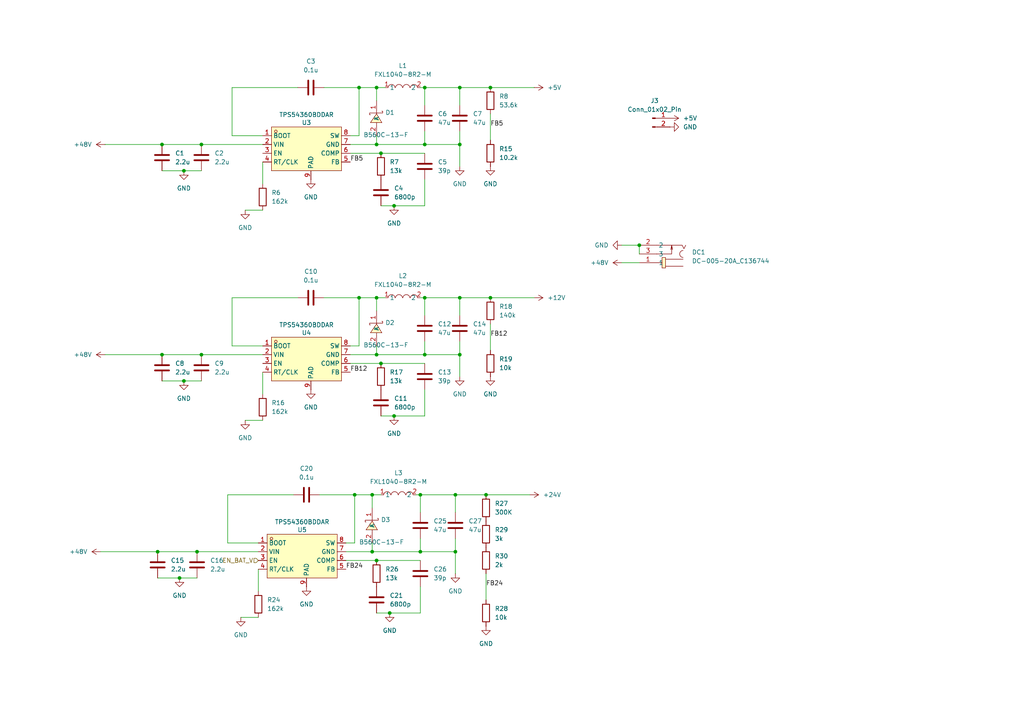
<source format=kicad_sch>
(kicad_sch (version 20250114) (generator "eeschema") (generator_version "9.0")
  (paper "A4")
  (lib_symbols
    (symbol "COMPONENTS:DC-005-20A_C136744"
      (property "Reference" "DC" (at 0 6.35 0))
      (property "Value" "DC-005-20A_C136744" (at 0 -8.89 0))
      (symbol "DC-005-20A_C136744_0_1"
        (arc (start -6.35 -0.25) (mid -5.3679 -1.27) (end -6.35 -2.29))
        (polyline (pts (xy -3.05 -3.81) (xy -2.79 -2.54)))
        (rectangle (start -1.27 2.79) (end -0.25 -0.25) (fill (type background)))
        (polyline (pts (xy -1.27 2.29) (xy -6.35 2.29)))
        (polyline (pts (xy -1.27 0.25) (xy -6.35 0.25)))
        (polyline (pts (xy 1.27 1.27) (xy -0.25 1.27)))
        (polyline (pts (xy 1.27 -1.27) (xy -3.05 -1.27) (xy -3.05 -3.81) (xy -3.3 -2.54)))
        (polyline (pts (xy 1.27 -3.81) (xy -6.1 -3.81) (xy -6.6 -2.79) (xy -7.11 -3.81)))
        (pin unspecified line (at 6.35 1.27 180) (length 5.08) (name "1") (number "1"))
        (pin unspecified line (at 6.35 -1.27 180) (length 5.08) (name "3") (number "3"))
        (pin unspecified line (at 6.35 -3.81 180) (length 5.08) (name "2") (number "2"))
      )
    )
    (symbol "Connector:Conn_01x02_Pin" (pin_names (offset 1.016) (hide yes))
      (property "Reference" "J" (at 0 2.54 0))
      (property "Value" "Conn_01x02_Pin" (at 0 -5.08 0))
      (symbol "Conn_01x02_Pin_1_1"
        (rectangle (start 0.8636 0.127) (end 0 -0.127) (stroke (width 0.1524)) (fill (type outline)))
        (rectangle (start 0.8636 -2.413) (end 0 -2.667) (stroke (width 0.1524)) (fill (type outline)))
        (polyline (pts (xy 1.27 0) (xy 0.8636 0)) (stroke (width 0.1524)))
        (polyline (pts (xy 1.27 -2.54) (xy 0.8636 -2.54)) (stroke (width 0.1524)))
        (pin passive line (at 5.08 0 180) (length 3.81) (name "Pin_1") (number "1"))
        (pin passive line (at 5.08 -2.54 180) (length 3.81) (name "Pin_2") (number "2"))
      )
    )
    (symbol "Device:C" (pin_numbers (hide yes)) (pin_names (offset 0.254))
      (property "Reference" "C" (at 0.635 2.54 0))
      (property "Value" "C" (at 0.635 -2.54 0))
      (symbol "C_0_1"
        (polyline (pts (xy -2.032 0.762) (xy 2.032 0.762)) (stroke (width 0.508)))
        (polyline (pts (xy -2.032 -0.762) (xy 2.032 -0.762)) (stroke (width 0.508)))
      )
      (symbol "C_1_1"
        (pin passive line (at 0 3.81 270) (length 2.794) (name "~") (number "1"))
        (pin passive line (at 0 -3.81 90) (length 2.794) (name "~") (number "2"))
      )
    )
    (symbol "Device:R" (pin_numbers (hide yes)) (pin_names (offset 0))
      (property "Reference" "R" (at 2.032 0 90))
      (property "Value" "R" (at 0 0 90))
      (symbol "R_0_1"
        (rectangle (start -1.016 -2.54) (end 1.016 2.54) (stroke (width 0.254)))
      )
      (symbol "R_1_1"
        (pin passive line (at 0 3.81 270) (length 1.27) (name "~") (number "1"))
        (pin passive line (at 0 -3.81 90) (length 1.27) (name "~") (number "2"))
      )
    )
    (symbol "NEW:B560C-13-F"
      (property "Reference" "D" (at 0 5.08 0))
      (property "Value" "B560C-13-F" (at 0 -5.08 0))
      (symbol "B560C-13-F_0_1"
        (polyline (pts (xy -2.03 1.52) (xy -2.03 1.78) (xy -1.52 1.78) (xy -1.52 -2.03) (xy -1.02 -2.03) (xy -1.02 -1.78)))
        (polyline (pts (xy 1.27 1.52) (xy -1.27 0) (xy 1.27 -1.78) (xy 1.27 1.52)) (fill (type background)))
        (pin unspecified line (at -5.08 0 0) (length 3.81) (name "K") (number "1"))
        (pin unspecified line (at 5.08 0 180) (length 3.81) (name "A") (number "2"))
      )
    )
    (symbol "NEW:FXL1040-8R2-M"
      (property "Reference" "L" (at 0 5.08 0))
      (property "Value" "FXL1040-8R2-M" (at 0 -5.08 0))
      (symbol "FXL1040-8R2-M_0_1"
        (arc (start -4.29 -0.02) (mid -3.28 0.9027) (end -2.27 -0.02))
        (arc (start -2.13 -0.02) (mid -1.12 0.9071) (end -0.11 -0.02))
        (arc (start 0.02 -0.02) (mid 1.03 0.9071) (end 2.04 -0.02))
        (arc (start 2.21 -0.02) (mid 3.22 0.9071) (end 4.23 -0.02))
        (pin unspecified line (at -5.08 0 0) (length 0.762) (name "1") (number "1"))
        (pin unspecified line (at 5.08 0 180) (length 0.762) (name "2") (number "2"))
      )
    )
    (symbol "NEW:TPS54360BDDAR"
      (property "Reference" "U5" (at 0 7.62 0))
      (property "Value" "TPS54360BDDAR" (at -7.62 -16.51 0))
      (symbol "TPS54360BDDAR_0_1"
        (rectangle (start -10.16 6.35) (end 10.16 -6.35) (fill (type background)))
        (circle (center -8.89 5.08) (radius 0.38))
        (pin unspecified line (at -12.7 3.81 0) (length 2.54) (name "BOOT") (number "1"))
        (pin unspecified line (at -12.7 1.27 0) (length 2.54) (name "VIN") (number "2"))
        (pin unspecified line (at -12.7 -1.27 0) (length 2.54) (name "EN") (number "3"))
        (pin unspecified line (at -12.7 -3.81 0) (length 2.54) (name "RT/CLK") (number "4"))
        (pin unspecified line (at 1.27 -8.89 90) (length 2.54) (name "PAD") (number "9"))
        (pin unspecified line (at 12.7 3.81 180) (length 2.54) (name "SW") (number "8"))
        (pin unspecified line (at 12.7 1.27 180) (length 2.54) (name "GND") (number "7"))
        (pin unspecified line (at 12.7 -1.27 180) (length 2.54) (name "COMP") (number "6"))
        (pin unspecified line (at 12.7 -3.81 180) (length 2.54) (name "FB") (number "5"))
      )
    )
    (symbol "power:+12V" (power) (pin_numbers (hide yes)) (pin_names (offset 0) (hide yes))
      (property "Value" "+12V" (at 0 3.556 0))
      (symbol "+12V_0_1"
        (polyline (pts (xy -0.762 1.27) (xy 0 2.54)))
        (polyline (pts (xy 0 2.54) (xy 0.762 1.27)))
        (polyline (pts (xy 0 0) (xy 0 2.54)))
      )
      (symbol "+12V_1_1"
        (pin power_in line (at 0 0 90) (length 0) (name "~") (number "1"))
      )
    )
    (symbol "power:+24V" (power) (pin_numbers (hide yes)) (pin_names (offset 0) (hide yes))
      (property "Value" "+24V" (at 0 3.556 0))
      (symbol "+24V_0_1"
        (polyline (pts (xy -0.762 1.27) (xy 0 2.54)))
        (polyline (pts (xy 0 2.54) (xy 0.762 1.27)))
        (polyline (pts (xy 0 0) (xy 0 2.54)))
      )
      (symbol "+24V_1_1"
        (pin power_in line (at 0 0 90) (length 0) (name "~") (number "1"))
      )
    )
    (symbol "power:+48V" (power) (pin_numbers (hide yes)) (pin_names (offset 0) (hide yes))
      (property "Value" "+48V" (at 0 3.556 0))
      (symbol "+48V_0_1"
        (polyline (pts (xy -0.762 1.27) (xy 0 2.54)))
        (polyline (pts (xy 0 2.54) (xy 0.762 1.27)))
        (polyline (pts (xy 0 0) (xy 0 2.54)))
      )
      (symbol "+48V_1_1"
        (pin power_in line (at 0 0 90) (length 0) (name "~") (number "1"))
      )
    )
    (symbol "power:+5V" (power) (pin_numbers (hide yes)) (pin_names (offset 0) (hide yes))
      (property "Value" "+5V" (at 0 3.556 0))
      (symbol "+5V_0_1"
        (polyline (pts (xy -0.762 1.27) (xy 0 2.54)))
        (polyline (pts (xy 0 2.54) (xy 0.762 1.27)))
        (polyline (pts (xy 0 0) (xy 0 2.54)))
      )
      (symbol "+5V_1_1"
        (pin power_in line (at 0 0 90) (length 0) (name "~") (number "1"))
      )
    )
    (symbol "power:GND" (power) (pin_numbers (hide yes)) (pin_names (offset 0) (hide yes))
      (property "Value" "GND" (at 0 -3.81 0))
      (symbol "GND_0_1"
        (polyline (pts (xy 0 0) (xy 0 -1.27) (xy 1.27 -1.27) (xy 0 -2.54) (xy -1.27 -1.27) (xy 0 -1.27)))
      )
      (symbol "GND_1_1"
        (pin power_in line (at 0 0 270) (length 0) (name "~") (number "1"))
      )
    )
  )
  (junction (at 123.19 86.36))
  (junction (at 104.14 25.4))
  (junction (at 46.99 102.87))
  (junction (at 109.22 162.56))
  (junction (at 185.42 71.12))
  (junction (at 133.35 102.87))
  (junction (at 107.95 143.51))
  (junction (at 46.99 41.91))
  (junction (at 52.07 167.64))
  (junction (at 58.42 41.91))
  (junction (at 123.19 25.4))
  (junction (at 109.22 102.87))
  (junction (at 123.19 41.91))
  (junction (at 142.24 86.36))
  (junction (at 142.24 25.4))
  (junction (at 133.35 86.36))
  (junction (at 109.22 25.4))
  (junction (at 133.35 25.4))
  (junction (at 132.08 143.51))
  (junction (at 121.92 160.02))
  (junction (at 110.49 44.45))
  (junction (at 53.34 49.53))
  (junction (at 102.87 143.51))
  (junction (at 110.49 105.41))
  (junction (at 109.22 41.91))
  (junction (at 107.95 160.02))
  (junction (at 113.03 177.8))
  (junction (at 133.35 41.91))
  (junction (at 109.22 86.36))
  (junction (at 132.08 160.02))
  (junction (at 140.97 143.51))
  (junction (at 58.42 102.87))
  (junction (at 45.72 160.02))
  (junction (at 53.34 110.49))
  (junction (at 114.3 59.69))
  (junction (at 104.14 86.36))
  (junction (at 123.19 102.87))
  (junction (at 121.92 143.51))
  (junction (at 114.3 120.65))
  (junction (at 57.15 160.02))
  (wire (pts (xy 142.24 25.4) (xy 154.94 25.4)))
  (wire (pts (xy 58.42 102.87) (xy 76.2 102.87)))
  (wire (pts (xy 114.3 59.69) (xy 110.49 59.69)))
  (wire (pts (xy 110.49 105.41) (xy 123.19 105.41)))
  (wire (pts (xy 113.03 177.8) (xy 109.22 177.8)))
  (wire (pts (xy 45.72 160.02) (xy 57.15 160.02)))
  (wire (pts (xy 100.33 160.02) (xy 107.95 160.02)))
  (wire (pts (xy 66.04 157.48) (xy 74.93 157.48)))
  (wire (pts (xy 120.65 143.51) (xy 121.92 143.51)))
  (wire (pts (xy 104.14 86.36) (xy 109.22 86.36)))
  (wire (pts (xy 53.34 110.49) (xy 46.99 110.49)))
  (wire (pts (xy 29.21 160.02) (xy 45.72 160.02)))
  (wire (pts (xy 133.35 86.36) (xy 142.24 86.36)))
  (wire (pts (xy 123.19 102.87) (xy 133.35 102.87)))
  (wire (pts (xy 123.19 25.4) (xy 133.35 25.4)))
  (wire (pts (xy 133.35 102.87) (xy 133.35 99.06)))
  (wire (pts (xy 142.24 101.6) (xy 142.24 93.98)))
  (wire (pts (xy 53.34 49.53) (xy 58.42 49.53)))
  (wire (pts (xy 102.87 157.48) (xy 102.87 143.51)))
  (wire (pts (xy 109.22 39.37) (xy 109.22 41.91)))
  (wire (pts (xy 100.33 162.56) (xy 109.22 162.56)))
  (wire (pts (xy 86.36 25.4) (xy 67.31 25.4)))
  (wire (pts (xy 109.22 90.17) (xy 109.22 86.36)))
  (wire (pts (xy 104.14 100.33) (xy 104.14 86.36)))
  (wire (pts (xy 67.31 86.36) (xy 67.31 100.33)))
  (wire (pts (xy 102.87 143.51) (xy 107.95 143.51)))
  (wire (pts (xy 123.19 86.36) (xy 133.35 86.36)))
  (wire (pts (xy 30.48 102.87) (xy 46.99 102.87)))
  (wire (pts (xy 121.92 170.18) (xy 121.92 177.8)))
  (wire (pts (xy 107.95 157.48) (xy 107.95 160.02)))
  (wire (pts (xy 133.35 86.36) (xy 133.35 91.44)))
  (wire (pts (xy 123.19 59.69) (xy 114.3 59.69)))
  (wire (pts (xy 101.6 102.87) (xy 109.22 102.87)))
  (wire (pts (xy 30.48 41.91) (xy 46.99 41.91)))
  (wire (pts (xy 132.08 166.37) (xy 132.08 160.02)))
  (wire (pts (xy 109.22 162.56) (xy 121.92 162.56)))
  (wire (pts (xy 180.34 76.2) (xy 185.42 76.2)))
  (wire (pts (xy 121.92 177.8) (xy 113.03 177.8)))
  (wire (pts (xy 114.3 120.65) (xy 110.49 120.65)))
  (wire (pts (xy 67.31 39.37) (xy 76.2 39.37)))
  (wire (pts (xy 123.19 86.36) (xy 123.19 91.44)))
  (wire (pts (xy 58.42 41.91) (xy 76.2 41.91)))
  (wire (pts (xy 92.71 143.51) (xy 102.87 143.51)))
  (wire (pts (xy 133.35 25.4) (xy 133.35 30.48)))
  (wire (pts (xy 107.95 143.51) (xy 110.49 143.51)))
  (wire (pts (xy 53.34 110.49) (xy 58.42 110.49)))
  (wire (pts (xy 121.92 160.02) (xy 132.08 160.02)))
  (wire (pts (xy 93.98 25.4) (xy 104.14 25.4)))
  (wire (pts (xy 132.08 160.02) (xy 132.08 156.21)))
  (wire (pts (xy 107.95 160.02) (xy 121.92 160.02)))
  (wire (pts (xy 123.19 120.65) (xy 114.3 120.65)))
  (wire (pts (xy 52.07 167.64) (xy 57.15 167.64)))
  (wire (pts (xy 185.42 71.12) (xy 185.42 73.66)))
  (wire (pts (xy 74.93 171.45) (xy 74.93 165.1)))
  (wire (pts (xy 133.35 109.22) (xy 133.35 102.87)))
  (wire (pts (xy 69.85 179.07) (xy 74.93 179.07)))
  (wire (pts (xy 123.19 38.1) (xy 123.19 41.91)))
  (wire (pts (xy 109.22 25.4) (xy 111.76 25.4)))
  (wire (pts (xy 109.22 100.33) (xy 109.22 102.87)))
  (wire (pts (xy 100.33 157.48) (xy 102.87 157.48)))
  (wire (pts (xy 123.19 25.4) (xy 123.19 30.48)))
  (wire (pts (xy 101.6 105.41) (xy 110.49 105.41)))
  (wire (pts (xy 101.6 44.45) (xy 110.49 44.45)))
  (wire (pts (xy 101.6 41.91) (xy 109.22 41.91)))
  (wire (pts (xy 104.14 25.4) (xy 109.22 25.4)))
  (wire (pts (xy 123.19 99.06) (xy 123.19 102.87)))
  (wire (pts (xy 67.31 100.33) (xy 76.2 100.33)))
  (wire (pts (xy 121.92 143.51) (xy 132.08 143.51)))
  (wire (pts (xy 86.36 86.36) (xy 67.31 86.36)))
  (wire (pts (xy 121.92 86.36) (xy 123.19 86.36)))
  (wire (pts (xy 67.31 25.4) (xy 67.31 39.37)))
  (wire (pts (xy 133.35 41.91) (xy 133.35 38.1)))
  (wire (pts (xy 101.6 100.33) (xy 104.14 100.33)))
  (wire (pts (xy 53.34 49.53) (xy 46.99 49.53)))
  (wire (pts (xy 109.22 86.36) (xy 111.76 86.36)))
  (wire (pts (xy 109.22 29.21) (xy 109.22 25.4)))
  (wire (pts (xy 107.95 147.32) (xy 107.95 143.51)))
  (wire (pts (xy 85.09 143.51) (xy 66.04 143.51)))
  (wire (pts (xy 132.08 143.51) (xy 132.08 148.59)))
  (wire (pts (xy 133.35 25.4) (xy 142.24 25.4)))
  (wire (pts (xy 123.19 113.03) (xy 123.19 120.65)))
  (wire (pts (xy 71.12 121.92) (xy 76.2 121.92)))
  (wire (pts (xy 76.2 114.3) (xy 76.2 107.95)))
  (wire (pts (xy 109.22 102.87) (xy 123.19 102.87)))
  (wire (pts (xy 180.34 71.12) (xy 185.42 71.12)))
  (wire (pts (xy 123.19 52.07) (xy 123.19 59.69)))
  (wire (pts (xy 46.99 102.87) (xy 58.42 102.87)))
  (wire (pts (xy 46.99 41.91) (xy 58.42 41.91)))
  (wire (pts (xy 132.08 143.51) (xy 140.97 143.51)))
  (wire (pts (xy 101.6 39.37) (xy 104.14 39.37)))
  (wire (pts (xy 123.19 41.91) (xy 133.35 41.91)))
  (wire (pts (xy 71.12 60.96) (xy 76.2 60.96)))
  (wire (pts (xy 52.07 167.64) (xy 45.72 167.64)))
  (wire (pts (xy 66.04 143.51) (xy 66.04 157.48)))
  (wire (pts (xy 104.14 39.37) (xy 104.14 25.4)))
  (wire (pts (xy 76.2 53.34) (xy 76.2 46.99)))
  (wire (pts (xy 140.97 143.51) (xy 153.67 143.51)))
  (wire (pts (xy 109.22 41.91) (xy 123.19 41.91)))
  (wire (pts (xy 121.92 143.51) (xy 121.92 148.59)))
  (wire (pts (xy 121.92 156.21) (xy 121.92 160.02)))
  (wire (pts (xy 121.92 25.4) (xy 123.19 25.4)))
  (wire (pts (xy 57.15 160.02) (xy 74.93 160.02)))
  (wire (pts (xy 133.35 48.26) (xy 133.35 41.91)))
  (wire (pts (xy 110.49 44.45) (xy 123.19 44.45)))
  (wire (pts (xy 93.98 86.36) (xy 104.14 86.36)))
  (wire (pts (xy 142.24 40.64) (xy 142.24 33.02)))
  (wire (pts (xy 140.97 173.99) (xy 140.97 166.37)))
  (wire (pts (xy 142.24 86.36) (xy 154.94 86.36)))
  (label "FB24" (at 140.97 170.18 0))
  (label "FB5" (at 142.24 36.83 0))
  (label "FB12" (at 142.24 97.79 0))
  (label "FB5" (at 101.6 46.99 0))
  (label "FB24" (at 100.33 165.1 0))
  (label "FB12" (at 101.6 107.95 0))
  (hierarchical_label "EN_BAT_V" (shape input) (at 74.93 162.56 180))
  (symbol (lib_id "power:GND") (at 140.97 181.61 0) (unit 1)
    (property "Reference" "#PWR058" (effects (hide yes)))
    (property "Value" "GND" (at 140.97 186.69 0))
  )
  (symbol (lib_id "Device:C") (at 90.17 25.4 90) (unit 1)
    (property "Reference" "C3" (at 90.17 17.78 90))
    (property "Value" "0.1u" (at 90.17 20.32 90))
    (property "Footprint" "Capacitor_SMD:C_1206_3216Metric" (effects (hide yes)))
    (property "LCSC Part" "C56392" (effects (hide yes)))
  )
  (symbol (lib_id "Device:R") (at 76.2 118.11 0) (unit 1)
    (property "Reference" "R16" (at 78.74 116.84 0) (effects (justify left)))
    (property "Value" "162k" (at 78.74 119.38 0) (effects (justify left)))
    (property "Footprint" "Resistor_SMD:R_1206_3216Metric_Pad1.30x1.75mm_HandSolder" (effects (hide yes)))
    (property "LCSC Part" "C22815" (effects (hide yes)))
  )
  (symbol (lib_id "Device:R") (at 140.97 177.8 0) (unit 1)
    (property "Reference" "R28" (at 143.51 176.5299 0) (effects (justify left)))
    (property "Value" "10k" (at 143.51 179.0699 0) (effects (justify left)))
    (property "Footprint" "Resistor_SMD:R_1206_3216Metric_Pad1.30x1.75mm_HandSolder" (effects (hide yes)))
    (property "LCSC Part" "C21398" (effects (hide yes)))
  )
  (symbol (lib_id "power:GND") (at 52.07 167.64 0) (unit 1)
    (property "Reference" "#PWR039" (effects (hide yes)))
    (property "Value" "GND" (at 52.07 172.72 0))
  )
  (symbol (lib_id "power:GND") (at 90.17 113.03 0) (unit 1)
    (property "Reference" "#PWR035" (effects (hide yes)))
    (property "Value" "GND" (at 90.17 118.11 0))
  )
  (symbol (lib_id "Device:C") (at 132.08 152.4 0) (unit 1)
    (property "Reference" "C27" (at 135.89 151.13 0) (effects (justify left)))
    (property "Value" "47u" (at 135.89 153.67 0) (effects (justify left)))
    (property "Footprint" "Capacitor_SMD:C_1206_3216Metric" (effects (hide yes)))
    (property "LCSC Part" "C94034" (effects (hide yes)))
  )
  (symbol (lib_id "power:GND") (at 113.03 177.8 0) (unit 1)
    (property "Reference" "#PWR042" (effects (hide yes)))
    (property "Value" "GND" (at 113.03 182.88 0))
  )
  (symbol (lib_id "Device:R") (at 142.24 29.21 0) (unit 1)
    (property "Reference" "R8" (at 144.78 27.94 0) (effects (justify left)))
    (property "Value" "53.6k" (at 144.78 30.48 0) (effects (justify left)))
    (property "Footprint" "Resistor_SMD:R_1206_3216Metric_Pad1.30x1.75mm_HandSolder" (effects (hide yes)))
    (property "LCSC Part" "C21398" (effects (hide yes)))
  )
  (symbol (lib_id "Device:C") (at 90.17 86.36 90) (unit 1)
    (property "Reference" "C10" (at 90.17 78.74 90))
    (property "Value" "0.1u" (at 90.17 81.28 90))
    (property "Footprint" "Capacitor_SMD:C_1206_3216Metric" (effects (hide yes)))
    (property "LCSC Part" "C56392" (effects (hide yes)))
  )
  (symbol (lib_id "Device:R") (at 142.24 105.41 0) (unit 1)
    (property "Reference" "R19" (at 144.78 104.1399 0) (effects (justify left)))
    (property "Value" "10k" (at 144.78 106.6799 0) (effects (justify left)))
    (property "Footprint" "Resistor_SMD:R_1206_3216Metric_Pad1.30x1.75mm_HandSolder" (effects (hide yes)))
    (property "LCSC Part" "C21398" (effects (hide yes)))
  )
  (symbol (lib_id "Connector:Conn_01x02_Pin") (at 189.23 34.29 0) (unit 1)
    (property "Reference" "J3" (at 189.865 29.21 0))
    (property "Value" "Conn_01x02_Pin" (at 189.865 31.75 0))
    (property "Footprint" "Connector_PinHeader_2.54mm:PinHeader_1x02_P2.54mm_Horizontal" (effects (hide yes)))
    (property "Description" "Generic connector, single row, 01x02, script generated" (effects (hide yes)))
  )
  (symbol (lib_id "Device:C") (at 110.49 116.84 0) (unit 1)
    (property "Reference" "C11" (at 114.3 115.57 0) (effects (justify left)))
    (property "Value" "6800p" (at 114.3 118.11 0) (effects (justify left)))
    (property "Footprint" "Capacitor_SMD:C_1206_3216Metric" (effects (hide yes)))
    (property "LCSC Part" "C2760541" (effects (hide yes)))
  )
  (symbol (lib_id "Device:C") (at 133.35 34.29 0) (unit 1)
    (property "Reference" "C7" (at 137.16 33.02 0) (effects (justify left)))
    (property "Value" "47u" (at 137.16 35.56 0) (effects (justify left)))
    (property "Footprint" "Capacitor_SMD:C_1206_3216Metric" (effects (hide yes)))
    (property "LCSC Part" "C94034" (effects (hide yes)))
  )
  (symbol (lib_id "power:GND") (at 180.34 71.12 270) (unit 1)
    (property "Reference" "#PWR044" (effects (hide yes)))
    (property "Value" "GND" (at 176.53 71.1199 90) (effects (justify right)))
  )
  (symbol (lib_id "power:GND") (at 133.35 109.22 0) (unit 1)
    (property "Reference" "#PWR037" (effects (hide yes)))
    (property "Value" "GND" (at 133.35 114.3 0))
  )
  (symbol (lib_id "Device:C") (at 110.49 55.88 0) (unit 1)
    (property "Reference" "C4" (at 114.3 54.61 0) (effects (justify left)))
    (property "Value" "6800p" (at 114.3 57.15 0) (effects (justify left)))
    (property "Footprint" "Capacitor_SMD:C_1206_3216Metric" (effects (hide yes)))
    (property "LCSC Part" "C2760541" (effects (hide yes)))
  )
  (symbol (lib_id "Device:R") (at 109.22 166.37 0) (unit 1)
    (property "Reference" "R26" (at 111.76 165.1 0) (effects (justify left)))
    (property "Value" "13k" (at 111.76 167.64 0) (effects (justify left)))
    (property "Footprint" "Resistor_SMD:R_1206_3216Metric_Pad1.30x1.75mm_HandSolder" (effects (hide yes)))
    (property "LCSC Part" "C445658" (effects (hide yes)))
  )
  (symbol (lib_id "NEW:FXL1040-8R2-M") (at 115.57 143.51 0) (unit 1)
    (property "Reference" "L3" (at 115.57 137.16 0))
    (property "Value" "FXL1040-8R2-M" (at 115.57 139.7 0))
    (property "Footprint" "COMPONENTS:IND-SMD_L11.5-W10.0_FXL1040" (effects (hide yes)))
    (property "Datasheet" "https://lcsc.com/product-detail/Power-Inductors_8-2uH-20-8-0A_C167232.html" (effects (hide yes)))
    (property "LCSC Part" "C167232" (effects (hide yes)))
  )
  (symbol (lib_id "Device:C") (at 57.15 163.83 0) (unit 1)
    (property "Reference" "C16" (at 60.96 162.56 0) (effects (justify left)))
    (property "Value" "2.2u" (at 60.96 165.1 0) (effects (justify left)))
    (property "Footprint" "Capacitor_SMD:C_1206_3216Metric" (effects (hide yes)))
    (property "LCSC Part" "C170101" (effects (hide yes)))
  )
  (symbol (lib_id "Device:R") (at 110.49 48.26 0) (unit 1)
    (property "Reference" "R7" (at 113.03 46.99 0) (effects (justify left)))
    (property "Value" "13k" (at 113.03 49.53 0) (effects (justify left)))
    (property "Footprint" "Resistor_SMD:R_1206_3216Metric_Pad1.30x1.75mm_HandSolder" (effects (hide yes)))
    (property "LCSC Part" "C445658" (effects (hide yes)))
  )
  (symbol (lib_id "NEW:B560C-13-F") (at 109.22 34.29 270) (unit 1)
    (property "Reference" "D1" (at 111.76 32.64 90) (effects (justify left)))
    (property "Value" "B560C-13-F" (at 105.41 39.116 90) (effects (justify left)))
    (property "Footprint" "COMPONENTS:SMC_L7.1-W6.2-LS8.1-RD" (effects (hide yes)))
    (property "Datasheet" "https://lcsc.com/product-detail/Schottky-Barrier-Diodes-SBD_DIODES_B560C-13-F_B560C-13-F_C85100.html" (effects (hide yes)))
    (property "LCSC Part" "C85100" (effects (hide yes)))
  )
  (symbol (lib_id "Device:R") (at 140.97 147.32 0) (unit 1)
    (property "Reference" "R27" (at 143.51 146.0499 0) (effects (justify left)))
    (property "Value" "300K" (at 143.51 148.5899 0) (effects (justify left)))
    (property "Footprint" "Resistor_SMD:R_1206_3216Metric_Pad1.30x1.75mm_HandSolder" (effects (hide yes)))
    (property "LCSC Part" "C21398" (effects (hide yes)))
  )
  (symbol (lib_id "Device:C") (at 46.99 45.72 0) (unit 1)
    (property "Reference" "C1" (at 50.8 44.45 0) (effects (justify left)))
    (property "Value" "2.2u" (at 50.8 46.99 0) (effects (justify left)))
    (property "Footprint" "Capacitor_SMD:C_1206_3216Metric" (effects (hide yes)))
    (property "LCSC Part" "C170101" (effects (hide yes)))
  )
  (symbol (lib_id "NEW:FXL1040-8R2-M") (at 116.84 86.36 0) (unit 1)
    (property "Reference" "L2" (at 116.84 80.01 0))
    (property "Value" "FXL1040-8R2-M" (at 116.84 82.55 0))
    (property "Footprint" "COMPONENTS:IND-SMD_L11.5-W10.0_FXL1040" (effects (hide yes)))
    (property "Datasheet" "https://lcsc.com/product-detail/Power-Inductors_8-2uH-20-8-0A_C167232.html" (effects (hide yes)))
    (property "LCSC Part" "C167232" (effects (hide yes)))
  )
  (symbol (lib_id "Device:R") (at 74.93 175.26 0) (unit 1)
    (property "Reference" "R24" (at 77.47 173.99 0) (effects (justify left)))
    (property "Value" "162k" (at 77.47 176.53 0) (effects (justify left)))
    (property "Footprint" "Resistor_SMD:R_1206_3216Metric_Pad1.30x1.75mm_HandSolder" (effects (hide yes)))
    (property "LCSC Part" "C22815" (effects (hide yes)))
  )
  (symbol (lib_id "Device:R") (at 142.24 44.45 0) (unit 1)
    (property "Reference" "R15" (at 144.78 43.1799 0) (effects (justify left)))
    (property "Value" "10.2k" (at 144.78 45.7199 0) (effects (justify left)))
    (property "Footprint" "Resistor_SMD:R_1206_3216Metric_Pad1.30x1.75mm_HandSolder" (effects (hide yes)))
    (property "LCSC Part" "C21398" (effects (hide yes)))
  )
  (symbol (lib_id "power:GND") (at 90.17 52.07 0) (unit 1)
    (property "Reference" "#PWR028" (effects (hide yes)))
    (property "Value" "GND" (at 90.17 57.15 0))
  )
  (symbol (lib_id "Device:R") (at 140.97 162.56 0) (unit 1)
    (property "Reference" "R30" (at 143.51 161.2899 0) (effects (justify left)))
    (property "Value" "2k" (at 143.51 163.8299 0) (effects (justify left)))
    (property "Footprint" "Resistor_SMD:R_1206_3216Metric_Pad1.30x1.75mm_HandSolder" (effects (hide yes)))
    (property "LCSC Part" "C21398" (effects (hide yes)))
  )
  (symbol (lib_id "NEW:B560C-13-F") (at 107.95 152.4 270) (unit 1)
    (property "Reference" "D3" (at 110.49 150.75 90) (effects (justify left)))
    (property "Value" "B560C-13-F" (at 104.14 157.226 90) (effects (justify left)))
    (property "Footprint" "COMPONENTS:SMC_L7.1-W6.2-LS8.1-RD" (effects (hide yes)))
    (property "Datasheet" "https://lcsc.com/product-detail/Schottky-Barrier-Diodes-SBD_DIODES_B560C-13-F_B560C-13-F_C85100.html" (effects (hide yes)))
    (property "LCSC Part" "C85100" (effects (hide yes)))
  )
  (symbol (lib_id "power:+24V") (at 153.67 143.51 270) (unit 1)
    (property "Reference" "#PWR063" (effects (hide yes)))
    (property "Value" "+24V" (at 157.48 143.5099 90) (effects (justify left)))
    (property "Description" "Power symbol creates a global label with name \"+24V\"" (effects (hide yes)))
  )
  (symbol (lib_id "Device:C") (at 123.19 48.26 0) (unit 1)
    (property "Reference" "C5" (at 127 46.99 0) (effects (justify left)))
    (property "Value" "39p" (at 127 49.53 0) (effects (justify left)))
    (property "Footprint" "Capacitor_SMD:C_1206_3216Metric" (effects (hide yes)))
    (property "LCSC Part" "C5186878" (effects (hide yes)))
  )
  (symbol (lib_id "Device:R") (at 142.24 90.17 0) (unit 1)
    (property "Reference" "R18" (at 144.78 88.8999 0) (effects (justify left)))
    (property "Value" "140k" (at 144.78 91.4399 0) (effects (justify left)))
    (property "Footprint" "Resistor_SMD:R_1206_3216Metric_Pad1.30x1.75mm_HandSolder" (effects (hide yes)))
    (property "LCSC Part" "C21398" (effects (hide yes)))
  )
  (symbol (lib_id "power:GND") (at 53.34 110.49 0) (unit 1)
    (property "Reference" "#PWR033" (effects (hide yes)))
    (property "Value" "GND" (at 53.34 115.57 0))
  )
  (symbol (lib_id "power:GND") (at 194.31 36.83 90) (unit 1)
    (property "Reference" "#PWR064" (effects (hide yes)))
    (property "Value" "GND" (at 198.12 36.8299 90) (effects (justify right)))
  )
  (symbol (lib_id "power:+48V") (at 30.48 102.87 90) (unit 1)
    (property "Reference" "#PWR021" (effects (hide yes)))
    (property "Value" "+48V" (at 26.67 102.8699 90) (effects (justify left)))
    (property "Description" "Power symbol creates a global label with name \"+48V\"" (effects (hide yes)))
  )
  (symbol (lib_id "Device:R") (at 110.49 109.22 0) (unit 1)
    (property "Reference" "R17" (at 113.03 107.95 0) (effects (justify left)))
    (property "Value" "13k" (at 113.03 110.49 0) (effects (justify left)))
    (property "Footprint" "Resistor_SMD:R_1206_3216Metric_Pad1.30x1.75mm_HandSolder" (effects (hide yes)))
    (property "LCSC Part" "C445658" (effects (hide yes)))
  )
  (symbol (lib_id "Device:C") (at 123.19 95.25 0) (unit 1)
    (property "Reference" "C12" (at 127 93.98 0) (effects (justify left)))
    (property "Value" "47u" (at 127 96.52 0) (effects (justify left)))
    (property "Footprint" "Capacitor_SMD:C_1206_3216Metric" (effects (hide yes)))
    (property "LCSC Part" "C94034" (effects (hide yes)))
  )
  (symbol (lib_id "NEW:TPS54360BDDAR") (at 87.63 161.29 0) (unit 1)
    (property "Reference" "U5" (at 87.63 153.67 0))
    (property "Value" "TPS54360BDDAR" (at 87.63 151.384 0))
    (property "Footprint" "COMPONENTS:SOIC-8_L5.0-W4.0-P1.27-LS6.0-BL-EP2.0" (effects (hide yes)))
    (property "Datasheet" "https://lcsc.com/product-detail/DC-DC-Converters_Texas-Instruments-Texas-Instruments-TPS54360BDDAR_C524806.html" (effects (hide yes)))
    (property "LCSC Part" "C524806" (effects (hide yes)))
  )
  (symbol (lib_id "Device:C") (at 121.92 152.4 0) (unit 1)
    (property "Reference" "C25" (at 125.73 151.13 0) (effects (justify left)))
    (property "Value" "47u" (at 125.73 153.67 0) (effects (justify left)))
    (property "Footprint" "Capacitor_SMD:C_1206_3216Metric" (effects (hide yes)))
    (property "LCSC Part" "C94034" (effects (hide yes)))
  )
  (symbol (lib_id "power:+5V") (at 154.94 25.4 270) (unit 1)
    (property "Reference" "#PWR025" (effects (hide yes)))
    (property "Value" "+5V" (at 158.75 25.3999 90) (effects (justify left)))
    (property "Description" "Power symbol creates a global label with name \"+5V\"" (effects (hide yes)))
  )
  (symbol (lib_id "Device:C") (at 45.72 163.83 0) (unit 1)
    (property "Reference" "C15" (at 49.53 162.56 0) (effects (justify left)))
    (property "Value" "2.2u" (at 49.53 165.1 0) (effects (justify left)))
    (property "Footprint" "Capacitor_SMD:C_1206_3216Metric" (effects (hide yes)))
    (property "LCSC Part" "C170101" (effects (hide yes)))
  )
  (symbol (lib_id "power:GND") (at 114.3 120.65 0) (unit 1)
    (property "Reference" "#PWR036" (effects (hide yes)))
    (property "Value" "GND" (at 114.3 125.73 0))
  )
  (symbol (lib_id "power:GND") (at 71.12 60.96 0) (unit 1)
    (property "Reference" "#PWR027" (effects (hide yes)))
    (property "Value" "GND" (at 71.12 66.04 0))
  )
  (symbol (lib_id "power:GND") (at 69.85 179.07 0) (unit 1)
    (property "Reference" "#PWR040" (effects (hide yes)))
    (property "Value" "GND" (at 69.85 184.15 0))
  )
  (symbol (lib_id "Device:C") (at 58.42 45.72 0) (unit 1)
    (property "Reference" "C2" (at 62.23 44.45 0) (effects (justify left)))
    (property "Value" "2.2u" (at 62.23 46.99 0) (effects (justify left)))
    (property "Footprint" "Capacitor_SMD:C_1206_3216Metric" (effects (hide yes)))
    (property "LCSC Part" "C170101" (effects (hide yes)))
  )
  (symbol (lib_id "power:+5V") (at 194.31 34.29 270) (unit 1)
    (property "Reference" "#PWR062" (effects (hide yes)))
    (property "Value" "+5V" (at 198.12 34.2899 90) (effects (justify left)))
    (property "Description" "Power symbol creates a global label with name \"+5V\"" (effects (hide yes)))
  )
  (symbol (lib_id "power:GND") (at 142.24 109.22 0) (unit 1)
    (property "Reference" "#PWR038" (effects (hide yes)))
    (property "Value" "GND" (at 142.24 114.3 0))
  )
  (symbol (lib_id "Device:C") (at 46.99 106.68 0) (unit 1)
    (property "Reference" "C8" (at 50.8 105.41 0) (effects (justify left)))
    (property "Value" "2.2u" (at 50.8 107.95 0) (effects (justify left)))
    (property "Footprint" "Capacitor_SMD:C_1206_3216Metric" (effects (hide yes)))
    (property "LCSC Part" "C170101" (effects (hide yes)))
  )
  (symbol (lib_id "power:+48V") (at 29.21 160.02 90) (unit 1)
    (property "Reference" "#PWR032" (effects (hide yes)))
    (property "Value" "+48V" (at 25.4 160.0199 90) (effects (justify left)))
    (property "Description" "Power symbol creates a global label with name \"+48V\"" (effects (hide yes)))
  )
  (symbol (lib_id "Device:R") (at 76.2 57.15 0) (unit 1)
    (property "Reference" "R6" (at 78.74 55.88 0) (effects (justify left)))
    (property "Value" "162k" (at 78.74 58.42 0) (effects (justify left)))
    (property "Footprint" "Resistor_SMD:R_1206_3216Metric_Pad1.30x1.75mm_HandSolder" (effects (hide yes)))
    (property "LCSC Part" "C22815" (effects (hide yes)))
  )
  (symbol (lib_id "power:GND") (at 114.3 59.69 0) (unit 1)
    (property "Reference" "#PWR029" (effects (hide yes)))
    (property "Value" "GND" (at 114.3 64.77 0))
  )
  (symbol (lib_id "NEW:TPS54360BDDAR") (at 88.9 104.14 0) (unit 1)
    (property "Reference" "U4" (at 88.9 96.52 0))
    (property "Value" "TPS54360BDDAR" (at 88.9 94.234 0))
    (property "Footprint" "COMPONENTS:SOIC-8_L5.0-W4.0-P1.27-LS6.0-BL-EP2.0" (effects (hide yes)))
    (property "Datasheet" "https://lcsc.com/product-detail/DC-DC-Converters_Texas-Instruments-Texas-Instruments-TPS54360BDDAR_C524806.html" (effects (hide yes)))
    (property "LCSC Part" "C524806" (effects (hide yes)))
  )
  (symbol (lib_id "power:GND") (at 71.12 121.92 0) (unit 1)
    (property "Reference" "#PWR034" (effects (hide yes)))
    (property "Value" "GND" (at 71.12 127 0))
  )
  (symbol (lib_id "power:GND") (at 142.24 48.26 0) (unit 1)
    (property "Reference" "#PWR031" (effects (hide yes)))
    (property "Value" "GND" (at 142.24 53.34 0))
  )
  (symbol (lib_id "power:+48V") (at 30.48 41.91 90) (unit 1)
    (property "Reference" "#PWR014" (effects (hide yes)))
    (property "Value" "+48V" (at 26.67 41.9099 90) (effects (justify left)))
    (property "Description" "Power symbol creates a global label with name \"+48V\"" (effects (hide yes)))
  )
  (symbol (lib_id "power:GND") (at 133.35 48.26 0) (unit 1)
    (property "Reference" "#PWR030" (effects (hide yes)))
    (property "Value" "GND" (at 133.35 53.34 0))
  )
  (symbol (lib_id "NEW:B560C-13-F") (at 109.22 95.25 270) (unit 1)
    (property "Reference" "D2" (at 111.76 93.6 90) (effects (justify left)))
    (property "Value" "B560C-13-F" (at 105.41 100.076 90) (effects (justify left)))
    (property "Footprint" "COMPONENTS:SMC_L7.1-W6.2-LS8.1-RD" (effects (hide yes)))
    (property "Datasheet" "https://lcsc.com/product-detail/Schottky-Barrier-Diodes-SBD_DIODES_B560C-13-F_B560C-13-F_C85100.html" (effects (hide yes)))
    (property "LCSC Part" "C85100" (effects (hide yes)))
  )
  (symbol (lib_id "power:+48V") (at 180.34 76.2 90) (unit 1)
    (property "Reference" "#PWR06" (effects (hide yes)))
    (property "Value" "+48V" (at 176.53 76.1999 90) (effects (justify left)))
    (property "Description" "Power symbol creates a global label with name \"+48V\"" (effects (hide yes)))
  )
  (symbol (lib_id "NEW:FXL1040-8R2-M") (at 116.84 25.4 0) (unit 1)
    (property "Reference" "L1" (at 116.84 19.05 0))
    (property "Value" "FXL1040-8R2-M" (at 116.84 21.59 0))
    (property "Footprint" "COMPONENTS:IND-SMD_L11.5-W10.0_FXL1040" (effects (hide yes)))
    (property "Datasheet" "https://lcsc.com/product-detail/Power-Inductors_8-2uH-20-8-0A_C167232.html" (effects (hide yes)))
    (property "LCSC Part" "C167232" (effects (hide yes)))
  )
  (symbol (lib_id "Device:C") (at 58.42 106.68 0) (unit 1)
    (property "Reference" "C9" (at 62.23 105.41 0) (effects (justify left)))
    (property "Value" "2.2u" (at 62.23 107.95 0) (effects (justify left)))
    (property "Footprint" "Capacitor_SMD:C_1206_3216Metric" (effects (hide yes)))
    (property "LCSC Part" "C170101" (effects (hide yes)))
  )
  (symbol (lib_id "power:GND") (at 132.08 166.37 0) (unit 1)
    (property "Reference" "#PWR043" (effects (hide yes)))
    (property "Value" "GND" (at 132.08 171.45 0))
  )
  (symbol (lib_id "power:GND") (at 88.9 170.18 0) (unit 1)
    (property "Reference" "#PWR041" (effects (hide yes)))
    (property "Value" "GND" (at 88.9 175.26 0))
  )
  (symbol (lib_id "Device:C") (at 109.22 173.99 0) (unit 1)
    (property "Reference" "C21" (at 113.03 172.72 0) (effects (justify left)))
    (property "Value" "6800p" (at 113.03 175.26 0) (effects (justify left)))
    (property "Footprint" "Capacitor_SMD:C_1206_3216Metric" (effects (hide yes)))
    (property "LCSC Part" "C2760541" (effects (hide yes)))
  )
  (symbol (lib_id "Device:C") (at 88.9 143.51 90) (unit 1)
    (property "Reference" "C20" (at 88.9 135.89 90))
    (property "Value" "0.1u" (at 88.9 138.43 90))
    (property "Footprint" "Capacitor_SMD:C_1206_3216Metric" (effects (hide yes)))
    (property "LCSC Part" "C56392" (effects (hide yes)))
  )
  (symbol (lib_id "Device:C") (at 123.19 109.22 0) (unit 1)
    (property "Reference" "C13" (at 127 107.95 0) (effects (justify left)))
    (property "Value" "39p" (at 127 110.49 0) (effects (justify left)))
    (property "Footprint" "Capacitor_SMD:C_1206_3216Metric" (effects (hide yes)))
    (property "LCSC Part" "C5186878" (effects (hide yes)))
  )
  (symbol (lib_id "Device:C") (at 121.92 166.37 0) (unit 1)
    (property "Reference" "C26" (at 125.73 165.1 0) (effects (justify left)))
    (property "Value" "39p" (at 125.73 167.64 0) (effects (justify left)))
    (property "Footprint" "Capacitor_SMD:C_1206_3216Metric" (effects (hide yes)))
    (property "LCSC Part" "C5186878" (effects (hide yes)))
  )
  (symbol (lib_id "power:+12V") (at 154.94 86.36 270) (mirror x) (unit 1)
    (property "Reference" "#PWR022" (effects (hide yes)))
    (property "Value" "+12V" (at 158.75 86.3599 90) (effects (justify left)))
    (property "Description" "Power symbol creates a global label with name \"+12V\"" (effects (hide yes)))
  )
  (symbol (lib_id "NEW:TPS54360BDDAR") (at 88.9 43.18 0) (unit 1)
    (property "Reference" "U3" (at 88.9 35.56 0))
    (property "Value" "TPS54360BDDAR" (at 88.9 33.274 0))
    (property "Footprint" "COMPONENTS:SOIC-8_L5.0-W4.0-P1.27-LS6.0-BL-EP2.0" (effects (hide yes)))
    (property "Datasheet" "https://lcsc.com/product-detail/DC-DC-Converters_Texas-Instruments-Texas-Instruments-TPS54360BDDAR_C524806.html" (effects (hide yes)))
    (property "LCSC Part" "C524806" (effects (hide yes)))
  )
  (symbol (lib_id "COMPONENTS:DC-005-20A_C136744") (at 191.77 74.93 180) (unit 1)
    (property "Reference" "DC1" (at 200.66 73.1499 0) (effects (justify right)))
    (property "Value" "DC-005-20A_C136744" (at 200.66 75.6899 0) (effects (justify right)))
    (property "Footprint" "COMPONENTS:DC-IN-TH_DC-005-20A" (effects (hide yes)))
    (property "Datasheet" "https://lcsc.com/product-detail/DC-Connectors_DC-005-20A_C136744.html" (effects (hide yes)))
    (property "LCSC Part" "C136744" (effects (hide yes)))
  )
  (symbol (lib_id "Device:R") (at 140.97 154.94 0) (unit 1)
    (property "Reference" "R29" (at 143.51 153.6699 0) (effects (justify left)))
    (property "Value" "3k" (at 143.51 156.2099 0) (effects (justify left)))
    (property "Footprint" "Resistor_SMD:R_1206_3216Metric_Pad1.30x1.75mm_HandSolder" (effects (hide yes)))
    (property "LCSC Part" "C21398" (effects (hide yes)))
  )
  (symbol (lib_id "Device:C") (at 133.35 95.25 0) (unit 1)
    (property "Reference" "C14" (at 137.16 93.98 0) (effects (justify left)))
    (property "Value" "47u" (at 137.16 96.52 0) (effects (justify left)))
    (property "Footprint" "Capacitor_SMD:C_1206_3216Metric" (effects (hide yes)))
    (property "LCSC Part" "C94034" (effects (hide yes)))
  )
  (symbol (lib_id "Device:C") (at 123.19 34.29 0) (unit 1)
    (property "Reference" "C6" (at 127 33.02 0) (effects (justify left)))
    (property "Value" "47u" (at 127 35.56 0) (effects (justify left)))
    (property "Footprint" "Capacitor_SMD:C_1206_3216Metric" (effects (hide yes)))
    (property "LCSC Part" "C94034" (effects (hide yes)))
  )
  (symbol (lib_id "power:GND") (at 53.34 49.53 0) (unit 1)
    (property "Reference" "#PWR026" (effects (hide yes)))
    (property "Value" "GND" (at 53.34 54.61 0))
  )
)
</source>
